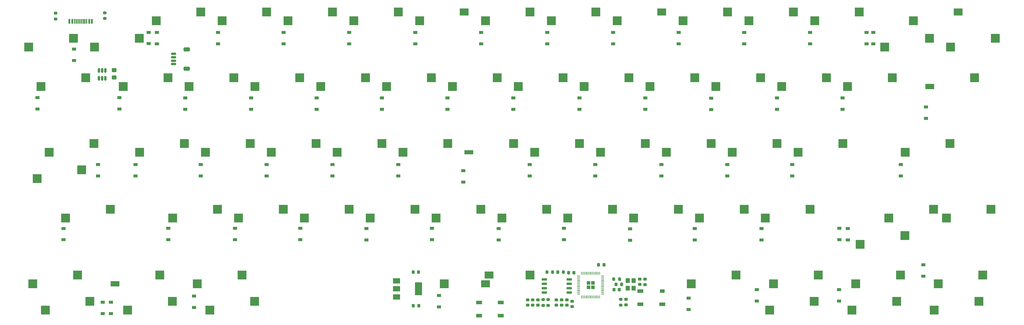
<source format=gbr>
%TF.GenerationSoftware,KiCad,Pcbnew,(6.0.6)*%
%TF.CreationDate,2023-05-08T18:28:51+05:30*%
%TF.ProjectId,new_stuff,6e65775f-7374-4756-9666-2e6b69636164,rev?*%
%TF.SameCoordinates,Original*%
%TF.FileFunction,Paste,Bot*%
%TF.FilePolarity,Positive*%
%FSLAX46Y46*%
G04 Gerber Fmt 4.6, Leading zero omitted, Abs format (unit mm)*
G04 Created by KiCad (PCBNEW (6.0.6)) date 2023-05-08 18:28:51*
%MOMM*%
%LPD*%
G01*
G04 APERTURE LIST*
G04 Aperture macros list*
%AMRoundRect*
0 Rectangle with rounded corners*
0 $1 Rounding radius*
0 $2 $3 $4 $5 $6 $7 $8 $9 X,Y pos of 4 corners*
0 Add a 4 corners polygon primitive as box body*
4,1,4,$2,$3,$4,$5,$6,$7,$8,$9,$2,$3,0*
0 Add four circle primitives for the rounded corners*
1,1,$1+$1,$2,$3*
1,1,$1+$1,$4,$5*
1,1,$1+$1,$6,$7*
1,1,$1+$1,$8,$9*
0 Add four rect primitives between the rounded corners*
20,1,$1+$1,$2,$3,$4,$5,0*
20,1,$1+$1,$4,$5,$6,$7,0*
20,1,$1+$1,$6,$7,$8,$9,0*
20,1,$1+$1,$8,$9,$2,$3,0*%
G04 Aperture macros list end*
%ADD10R,2.550000X2.500000*%
%ADD11R,2.550000X2.000000*%
%ADD12R,2.550000X1.500000*%
%ADD13R,2.550000X1.300000*%
%ADD14RoundRect,0.150000X-0.625000X0.150000X-0.625000X-0.150000X0.625000X-0.150000X0.625000X0.150000X0*%
%ADD15RoundRect,0.250000X-0.650000X0.350000X-0.650000X-0.350000X0.650000X-0.350000X0.650000X0.350000X0*%
%ADD16R,1.200000X0.900000*%
%ADD17RoundRect,0.225000X-0.250000X0.225000X-0.250000X-0.225000X0.250000X-0.225000X0.250000X0.225000X0*%
%ADD18RoundRect,0.225000X-0.225000X-0.250000X0.225000X-0.250000X0.225000X0.250000X-0.225000X0.250000X0*%
%ADD19RoundRect,0.200000X0.200000X0.275000X-0.200000X0.275000X-0.200000X-0.275000X0.200000X-0.275000X0*%
%ADD20RoundRect,0.200000X-0.200000X-0.275000X0.200000X-0.275000X0.200000X0.275000X-0.200000X0.275000X0*%
%ADD21RoundRect,0.225000X0.225000X0.250000X-0.225000X0.250000X-0.225000X-0.250000X0.225000X-0.250000X0*%
%ADD22R,0.600000X1.450000*%
%ADD23R,0.300000X1.450000*%
%ADD24RoundRect,0.200000X0.275000X-0.200000X0.275000X0.200000X-0.275000X0.200000X-0.275000X-0.200000X0*%
%ADD25RoundRect,0.200000X-0.275000X0.200000X-0.275000X-0.200000X0.275000X-0.200000X0.275000X0.200000X0*%
%ADD26RoundRect,0.250000X-0.450000X0.325000X-0.450000X-0.325000X0.450000X-0.325000X0.450000X0.325000X0*%
%ADD27RoundRect,0.218750X0.256250X-0.218750X0.256250X0.218750X-0.256250X0.218750X-0.256250X-0.218750X0*%
%ADD28R,2.000000X1.500000*%
%ADD29R,2.000000X3.800000*%
%ADD30R,1.700000X1.000000*%
%ADD31RoundRect,0.150000X-0.150000X0.512500X-0.150000X-0.512500X0.150000X-0.512500X0.150000X0.512500X0*%
%ADD32R,1.400000X1.000000*%
%ADD33RoundRect,0.225000X0.250000X-0.225000X0.250000X0.225000X-0.250000X0.225000X-0.250000X-0.225000X0*%
%ADD34RoundRect,0.150000X-0.650000X-0.150000X0.650000X-0.150000X0.650000X0.150000X-0.650000X0.150000X0*%
%ADD35R,1.200000X1.400000*%
%ADD36RoundRect,0.250000X-0.292217X0.292217X-0.292217X-0.292217X0.292217X-0.292217X0.292217X0.292217X0*%
%ADD37RoundRect,0.050000X-0.050000X0.387500X-0.050000X-0.387500X0.050000X-0.387500X0.050000X0.387500X0*%
%ADD38RoundRect,0.050000X-0.387500X0.050000X-0.387500X-0.050000X0.387500X-0.050000X0.387500X0.050000X0*%
G04 APERTURE END LIST*
D10*
%TO.C,MX1*%
X16085000Y-11540000D03*
X3158000Y-14080000D03*
%TD*%
%TO.C,MX2*%
X35135000Y-11540000D03*
X22208000Y-14080000D03*
%TD*%
%TO.C,MX3*%
X40015000Y-6460000D03*
X52942000Y-3920000D03*
%TD*%
%TO.C,MX4*%
X59065000Y-6460000D03*
X71992000Y-3920000D03*
%TD*%
%TO.C,MX5*%
X78115000Y-6460000D03*
X91042000Y-3920000D03*
%TD*%
%TO.C,MX6*%
X97165000Y-6460000D03*
X110092000Y-3920000D03*
%TD*%
%TO.C,MX7*%
X116215000Y-6460000D03*
D11*
X129142000Y-3920000D03*
%TD*%
D10*
%TO.C,MX9*%
X154315000Y-6460000D03*
X167242000Y-3920000D03*
%TD*%
%TO.C,MX10*%
X173365000Y-6460000D03*
D11*
X186292000Y-3920000D03*
%TD*%
D10*
%TO.C,MX11*%
X192415000Y-6460000D03*
X205342000Y-3920000D03*
%TD*%
%TO.C,MX12*%
X211465000Y-6460000D03*
X224392000Y-3920000D03*
%TD*%
%TO.C,MX13*%
X230515000Y-6460000D03*
X243442000Y-3920000D03*
%TD*%
%TO.C,MX14*%
X263735000Y-11540000D03*
X250808000Y-14080000D03*
%TD*%
%TO.C,MX16*%
X259090000Y-6460000D03*
D11*
X272017000Y-3920000D03*
%TD*%
D10*
%TO.C,MX17*%
X6677500Y-25510000D03*
X19604500Y-22970000D03*
%TD*%
%TO.C,MX18*%
X30490000Y-25510000D03*
X43417000Y-22970000D03*
%TD*%
%TO.C,MX19*%
X49540000Y-25510000D03*
X62467000Y-22970000D03*
%TD*%
%TO.C,MX20*%
X68590000Y-25510000D03*
X81517000Y-22970000D03*
%TD*%
%TO.C,MX21*%
X87640000Y-25510000D03*
X100567000Y-22970000D03*
%TD*%
%TO.C,MX22*%
X106690000Y-25510000D03*
X119617000Y-22970000D03*
%TD*%
%TO.C,MX23*%
X125740000Y-25510000D03*
X138667000Y-22970000D03*
%TD*%
%TO.C,MX24*%
X144790000Y-25510000D03*
X157717000Y-22970000D03*
%TD*%
%TO.C,MX25*%
X163840000Y-25510000D03*
X176767000Y-22970000D03*
%TD*%
%TO.C,MX26*%
X182890000Y-25510000D03*
X195817000Y-22970000D03*
%TD*%
%TO.C,MX27*%
X201940000Y-25510000D03*
X214867000Y-22970000D03*
%TD*%
%TO.C,MX28*%
X220990000Y-25510000D03*
X233917000Y-22970000D03*
%TD*%
%TO.C,MX29*%
X240040000Y-25510000D03*
X252967000Y-22970000D03*
%TD*%
D12*
%TO.C,MX30*%
X263852500Y-25510000D03*
D10*
X276779500Y-22970000D03*
%TD*%
%TO.C,MX31*%
X18466250Y-49640000D03*
X5539250Y-52180000D03*
%TD*%
%TO.C,MX32*%
X9058750Y-44560000D03*
X21985750Y-42020000D03*
%TD*%
%TO.C,MX33*%
X35252500Y-44560000D03*
X48179500Y-42020000D03*
%TD*%
%TO.C,MX34*%
X54302500Y-44560000D03*
X67229500Y-42020000D03*
%TD*%
%TO.C,MX35*%
X73352500Y-44560000D03*
X86279500Y-42020000D03*
%TD*%
%TO.C,MX36*%
X92402500Y-44560000D03*
X105329500Y-42020000D03*
%TD*%
%TO.C,MX37*%
X111452500Y-44560000D03*
X124379500Y-42020000D03*
%TD*%
D13*
%TO.C,MX38*%
X130502500Y-44560000D03*
D10*
X143429500Y-42020000D03*
%TD*%
%TO.C,MX39*%
X149552500Y-44560000D03*
X162479500Y-42020000D03*
%TD*%
%TO.C,MX40*%
X168602500Y-44560000D03*
X181529500Y-42020000D03*
%TD*%
%TO.C,MX41*%
X187652500Y-44560000D03*
X200579500Y-42020000D03*
%TD*%
%TO.C,MX42*%
X206702500Y-44560000D03*
X219629500Y-42020000D03*
%TD*%
%TO.C,MX43*%
X225752500Y-44560000D03*
X238679500Y-42020000D03*
%TD*%
%TO.C,MX44*%
X256708750Y-44560000D03*
X269635750Y-42020000D03*
%TD*%
%TO.C,MX45*%
X13821250Y-63610000D03*
X26748250Y-61070000D03*
%TD*%
%TO.C,MX46*%
X44777500Y-63610000D03*
X57704500Y-61070000D03*
%TD*%
%TO.C,MX47*%
X63827500Y-63610000D03*
X76754500Y-61070000D03*
%TD*%
%TO.C,MX48*%
X82877500Y-63610000D03*
X95804500Y-61070000D03*
%TD*%
%TO.C,MX49*%
X101927500Y-63610000D03*
X114854500Y-61070000D03*
%TD*%
%TO.C,MX50*%
X120977500Y-63610000D03*
X133904500Y-61070000D03*
%TD*%
%TO.C,MX51*%
X140027500Y-63610000D03*
X152954500Y-61070000D03*
%TD*%
%TO.C,MX52*%
X159077500Y-63610000D03*
X172004500Y-61070000D03*
%TD*%
%TO.C,MX53*%
X178127500Y-63610000D03*
X191054500Y-61070000D03*
%TD*%
%TO.C,MX54*%
X197177500Y-63610000D03*
X210104500Y-61070000D03*
%TD*%
%TO.C,MX55*%
X216227500Y-63610000D03*
X229154500Y-61070000D03*
%TD*%
%TO.C,MX56*%
X256591250Y-68690000D03*
X243664250Y-71230000D03*
%TD*%
%TO.C,MX57*%
X268615000Y-63610000D03*
X281542000Y-61070000D03*
%TD*%
D12*
%TO.C,MX60*%
X28108750Y-82660000D03*
D10*
X41035750Y-80120000D03*
%TD*%
%TO.C,MX61*%
X51921250Y-82660000D03*
X64848250Y-80120000D03*
%TD*%
%TO.C,MX63*%
X194796250Y-82660000D03*
X207723250Y-80120000D03*
%TD*%
%TO.C,MX64*%
X218608750Y-82660000D03*
X231535750Y-80120000D03*
%TD*%
%TO.C,MX65*%
X242421250Y-82660000D03*
X255348250Y-80120000D03*
%TD*%
%TO.C,MX66*%
X266233750Y-82660000D03*
X279160750Y-80120000D03*
%TD*%
%TO.C,MX71*%
X230397500Y-87740000D03*
X217470500Y-90280000D03*
%TD*%
%TO.C,MX8*%
X135265000Y-6460000D03*
X148192000Y-3920000D03*
%TD*%
%TO.C,MX58*%
X251946250Y-63610000D03*
X264873250Y-61070000D03*
%TD*%
%TO.C,MX69*%
X68472500Y-87740000D03*
X55545500Y-90280000D03*
%TD*%
D11*
%TO.C,MX70*%
X135265000Y-82660000D03*
D10*
X148192000Y-80120000D03*
%TD*%
%TO.C,MX72*%
X254210000Y-87740000D03*
X241283000Y-90280000D03*
%TD*%
%TO.C,MX73*%
X278022500Y-87740000D03*
X265095500Y-90280000D03*
%TD*%
%TO.C,MX62*%
X123358750Y-82660000D03*
D11*
X136285750Y-80120000D03*
%TD*%
D10*
%TO.C,MX59*%
X4296250Y-82660000D03*
X17223250Y-80120000D03*
%TD*%
%TO.C,MX67*%
X20847500Y-87740000D03*
X7920500Y-90280000D03*
%TD*%
%TO.C,MX15*%
X282785000Y-11540000D03*
X269858000Y-14080000D03*
%TD*%
%TO.C,MX68*%
X44663000Y-87740000D03*
X31736000Y-90280000D03*
%TD*%
D14*
%TO.C,JST*%
X45000000Y-16000000D03*
X45000000Y-17000000D03*
X45000000Y-18000000D03*
X45000000Y-19000000D03*
D15*
X48875000Y-20300000D03*
X48875000Y-14700000D03*
%TD*%
D16*
%TO.C,D1*%
X16220000Y-17930000D03*
X16220000Y-14630000D03*
%TD*%
%TO.C,D2*%
X37830000Y-13080000D03*
X37830000Y-9780000D03*
%TD*%
%TO.C,D3*%
X40170000Y-13100000D03*
X40170000Y-9800000D03*
%TD*%
%TO.C,D4*%
X57920000Y-13090000D03*
X57920000Y-9790000D03*
%TD*%
%TO.C,D5*%
X76890000Y-13100000D03*
X76890000Y-9800000D03*
%TD*%
%TO.C,D6*%
X95860000Y-13110000D03*
X95860000Y-9810000D03*
%TD*%
%TO.C,D7*%
X115010000Y-13120000D03*
X115010000Y-9820000D03*
%TD*%
%TO.C,D8*%
X134060000Y-13150000D03*
X134060000Y-9850000D03*
%TD*%
%TO.C,D9*%
X153140000Y-13110000D03*
X153140000Y-9810000D03*
%TD*%
%TO.C,D10*%
X172230000Y-13090000D03*
X172230000Y-9790000D03*
%TD*%
%TO.C,D11*%
X191140000Y-13120000D03*
X191140000Y-9820000D03*
%TD*%
%TO.C,D12*%
X210150000Y-13140000D03*
X210150000Y-9840000D03*
%TD*%
%TO.C,D14*%
X247490000Y-13090000D03*
X247490000Y-9790000D03*
%TD*%
%TO.C,D15*%
X245500000Y-13090000D03*
X245500000Y-9790000D03*
%TD*%
%TO.C,D16*%
X5660000Y-31980000D03*
X5660000Y-28680000D03*
%TD*%
%TO.C,D17*%
X29350000Y-32040000D03*
X29350000Y-28740000D03*
%TD*%
%TO.C,D18*%
X48410000Y-32090000D03*
X48410000Y-28790000D03*
%TD*%
%TO.C,D19*%
X67440000Y-32110000D03*
X67440000Y-28810000D03*
%TD*%
%TO.C,D20*%
X86410000Y-32070000D03*
X86410000Y-28770000D03*
%TD*%
%TO.C,D21*%
X105310000Y-32090000D03*
X105310000Y-28790000D03*
%TD*%
%TO.C,D22*%
X124310000Y-32100000D03*
X124310000Y-28800000D03*
%TD*%
%TO.C,D23*%
X143360000Y-32110000D03*
X143360000Y-28810000D03*
%TD*%
%TO.C,D24*%
X162450000Y-32080000D03*
X162450000Y-28780000D03*
%TD*%
%TO.C,D25*%
X181530000Y-32070000D03*
X181530000Y-28770000D03*
%TD*%
%TO.C,D26*%
X200610000Y-32140000D03*
X200610000Y-28840000D03*
%TD*%
%TO.C,D27*%
X219620000Y-32120000D03*
X219620000Y-28820000D03*
%TD*%
%TO.C,D28*%
X238600000Y-32090000D03*
X238600000Y-28790000D03*
%TD*%
%TO.C,D29*%
X262720000Y-34730000D03*
X262720000Y-31430000D03*
%TD*%
%TO.C,D30*%
X23150000Y-51400000D03*
X23150000Y-48100000D03*
%TD*%
%TO.C,D31*%
X34070000Y-51360000D03*
X34070000Y-48060000D03*
%TD*%
%TO.C,D32*%
X52950000Y-51400000D03*
X52950000Y-48100000D03*
%TD*%
%TO.C,D33*%
X71980000Y-51420000D03*
X71980000Y-48120000D03*
%TD*%
%TO.C,D35*%
X110030000Y-51390000D03*
X110030000Y-48090000D03*
%TD*%
%TO.C,D36*%
X128890000Y-53140000D03*
X128890000Y-49840000D03*
%TD*%
%TO.C,D37*%
X148080000Y-51400000D03*
X148080000Y-48100000D03*
%TD*%
%TO.C,D38*%
X167080000Y-51400000D03*
X167080000Y-48100000D03*
%TD*%
%TO.C,D39*%
X186140000Y-51370000D03*
X186140000Y-48070000D03*
%TD*%
%TO.C,D40*%
X205230000Y-51420000D03*
X205230000Y-48120000D03*
%TD*%
%TO.C,D41*%
X224050000Y-51400000D03*
X224050000Y-48100000D03*
%TD*%
%TO.C,D42*%
X255450000Y-51380000D03*
X255450000Y-48080000D03*
%TD*%
%TO.C,D43*%
X13200000Y-69890000D03*
X13200000Y-66590000D03*
%TD*%
%TO.C,D44*%
X43550000Y-69850000D03*
X43550000Y-66550000D03*
%TD*%
%TO.C,D45*%
X62780000Y-69850000D03*
X62780000Y-66550000D03*
%TD*%
%TO.C,D46*%
X81660000Y-69820000D03*
X81660000Y-66520000D03*
%TD*%
%TO.C,D47*%
X100850000Y-69910000D03*
X100850000Y-66610000D03*
%TD*%
%TO.C,D48*%
X119820000Y-69850000D03*
X119820000Y-66550000D03*
%TD*%
%TO.C,D49*%
X139060000Y-69910000D03*
X139060000Y-66610000D03*
%TD*%
%TO.C,D50*%
X158020000Y-69850000D03*
X158020000Y-66550000D03*
%TD*%
%TO.C,D51*%
X177130000Y-69980000D03*
X177130000Y-66680000D03*
%TD*%
%TO.C,D52*%
X195850000Y-69910000D03*
X195850000Y-66610000D03*
%TD*%
%TO.C,D53*%
X215130000Y-69910000D03*
X215130000Y-66610000D03*
%TD*%
%TO.C,D54*%
X240130000Y-69960000D03*
X240130000Y-66660000D03*
%TD*%
%TO.C,D55*%
X237640000Y-69860000D03*
X237640000Y-66560000D03*
%TD*%
%TO.C,D56*%
X24540000Y-91250000D03*
X24540000Y-87950000D03*
%TD*%
%TO.C,D57*%
X26880000Y-91270000D03*
X26880000Y-87970000D03*
%TD*%
%TO.C,D58*%
X51000000Y-89470000D03*
X51000000Y-86170000D03*
%TD*%
%TO.C,D59*%
X121840000Y-89330000D03*
X121840000Y-86030000D03*
%TD*%
%TO.C,D61*%
X213787500Y-87643750D03*
X213787500Y-84343750D03*
%TD*%
%TO.C,D62*%
X237550000Y-87643750D03*
X237550000Y-84343750D03*
%TD*%
%TO.C,D63*%
X261950000Y-80420000D03*
X261950000Y-77120000D03*
%TD*%
%TO.C,D13*%
X229160000Y-13110000D03*
X229160000Y-9810000D03*
%TD*%
%TO.C,D34*%
X91040000Y-51390000D03*
X91040000Y-48090000D03*
%TD*%
%TO.C,D60*%
X194070000Y-90100000D03*
X194070000Y-86800000D03*
%TD*%
D17*
%TO.C,1u*%
X147470000Y-87260000D03*
X147470000Y-88810000D03*
%TD*%
D18*
%TO.C,22u*%
X114355000Y-79230000D03*
X115905000Y-79230000D03*
%TD*%
D19*
%TO.C,1K*%
X154695000Y-79270000D03*
X153045000Y-79270000D03*
%TD*%
D20*
%TO.C,10K*%
X156165000Y-79270000D03*
X157815000Y-79270000D03*
%TD*%
D21*
%TO.C,100n*%
X160885000Y-79390000D03*
X159335000Y-79390000D03*
%TD*%
D22*
%TO.C,J2*%
X14920000Y-6615000D03*
X15720000Y-6615000D03*
D23*
X16920000Y-6615000D03*
X17920000Y-6615000D03*
X18420000Y-6615000D03*
X19420000Y-6615000D03*
D22*
X20620000Y-6615000D03*
X21420000Y-6615000D03*
X21420000Y-6615000D03*
X20620000Y-6615000D03*
D23*
X19920000Y-6615000D03*
X18920000Y-6615000D03*
X17420000Y-6615000D03*
X16420000Y-6615000D03*
D22*
X15720000Y-6615000D03*
X14920000Y-6615000D03*
%TD*%
D24*
%TO.C,22r*%
X151930000Y-88875000D03*
X151930000Y-87225000D03*
%TD*%
D17*
%TO.C,100n*%
X158800000Y-87275000D03*
X158800000Y-88825000D03*
%TD*%
D25*
%TO.C,1K*%
X174390000Y-87125000D03*
X174390000Y-88775000D03*
%TD*%
D26*
%TO.C,500ma*%
X27860000Y-20775000D03*
X27860000Y-22825000D03*
%TD*%
D18*
%TO.C,100n*%
X173080000Y-82820000D03*
X174630000Y-82820000D03*
%TD*%
D27*
%TO.C,LED*%
X175920000Y-88727500D03*
X175920000Y-87152500D03*
%TD*%
D17*
%TO.C,100n*%
X160310000Y-87675000D03*
X160310000Y-89225000D03*
%TD*%
D24*
%TO.C,5.1k*%
X10920000Y-5915000D03*
X10920000Y-4265000D03*
%TD*%
D28*
%TO.C,U2*%
X109590000Y-86410000D03*
D29*
X115890000Y-84110000D03*
D28*
X109590000Y-84110000D03*
X109590000Y-81810000D03*
%TD*%
D30*
%TO.C,SW1*%
X139690000Y-91830000D03*
X133390000Y-91830000D03*
X133390000Y-88030000D03*
X139690000Y-88030000D03*
%TD*%
D18*
%TO.C,100n*%
X172455000Y-84320000D03*
X174005000Y-84320000D03*
%TD*%
D31*
%TO.C,U1*%
X23410000Y-20832500D03*
X24360000Y-20832500D03*
X25310000Y-20832500D03*
X25310000Y-23107500D03*
X24360000Y-23107500D03*
X23410000Y-23107500D03*
%TD*%
D30*
%TO.C,SW2*%
X180120000Y-88520000D03*
X186420000Y-88520000D03*
D32*
X186420000Y-84720000D03*
D30*
X180120000Y-84720000D03*
%TD*%
D33*
%TO.C,100n*%
X148960000Y-88815000D03*
X148960000Y-87265000D03*
%TD*%
D21*
%TO.C,22u*%
X115945000Y-88980000D03*
X114395000Y-88980000D03*
%TD*%
D24*
%TO.C,5.1k*%
X25100000Y-5785000D03*
X25100000Y-4135000D03*
%TD*%
D17*
%TO.C,22p*%
X179930000Y-81295000D03*
X179930000Y-82845000D03*
%TD*%
D24*
%TO.C,22r*%
X153430000Y-88870000D03*
X153430000Y-87220000D03*
%TD*%
D17*
%TO.C,100n*%
X150440000Y-87270000D03*
X150440000Y-88820000D03*
%TD*%
%TO.C,1u*%
X157300000Y-87265000D03*
X157300000Y-88815000D03*
%TD*%
%TO.C,22p*%
X181450000Y-81305000D03*
X181450000Y-82855000D03*
%TD*%
D18*
%TO.C,100n*%
X168005000Y-77160000D03*
X169555000Y-77160000D03*
%TD*%
D34*
%TO.C,U3*%
X152270000Y-85175000D03*
X152270000Y-83905000D03*
X152270000Y-82635000D03*
X152270000Y-81365000D03*
X159470000Y-81365000D03*
X159470000Y-82635000D03*
X159470000Y-83905000D03*
X159470000Y-85175000D03*
%TD*%
D17*
%TO.C,100n*%
X155800000Y-87265000D03*
X155800000Y-88815000D03*
%TD*%
D35*
%TO.C,Y1*%
X178120000Y-81690000D03*
X178120000Y-83890000D03*
X176420000Y-83890000D03*
X176420000Y-81690000D03*
%TD*%
D20*
%TO.C,1k*%
X172415000Y-81310000D03*
X174065000Y-81310000D03*
%TD*%
D36*
%TO.C,U4*%
X165052500Y-83627500D03*
X165052500Y-82352500D03*
X166327500Y-82352500D03*
X166327500Y-83627500D03*
D37*
X163090000Y-79552500D03*
X163490000Y-79552500D03*
X163890000Y-79552500D03*
X164290000Y-79552500D03*
X164690000Y-79552500D03*
X165090000Y-79552500D03*
X165490000Y-79552500D03*
X165890000Y-79552500D03*
X166290000Y-79552500D03*
X166690000Y-79552500D03*
X167090000Y-79552500D03*
X167490000Y-79552500D03*
X167890000Y-79552500D03*
X168290000Y-79552500D03*
D38*
X169127500Y-80390000D03*
X169127500Y-80790000D03*
X169127500Y-81190000D03*
X169127500Y-81590000D03*
X169127500Y-81990000D03*
X169127500Y-82390000D03*
X169127500Y-82790000D03*
X169127500Y-83190000D03*
X169127500Y-83590000D03*
X169127500Y-83990000D03*
X169127500Y-84390000D03*
X169127500Y-84790000D03*
X169127500Y-85190000D03*
X169127500Y-85590000D03*
D37*
X168290000Y-86427500D03*
X167890000Y-86427500D03*
X167490000Y-86427500D03*
X167090000Y-86427500D03*
X166690000Y-86427500D03*
X166290000Y-86427500D03*
X165890000Y-86427500D03*
X165490000Y-86427500D03*
X165090000Y-86427500D03*
X164690000Y-86427500D03*
X164290000Y-86427500D03*
X163890000Y-86427500D03*
X163490000Y-86427500D03*
X163090000Y-86427500D03*
D38*
X162252500Y-85590000D03*
X162252500Y-85190000D03*
X162252500Y-84790000D03*
X162252500Y-84390000D03*
X162252500Y-83990000D03*
X162252500Y-83590000D03*
X162252500Y-83190000D03*
X162252500Y-82790000D03*
X162252500Y-82390000D03*
X162252500Y-81990000D03*
X162252500Y-81590000D03*
X162252500Y-81190000D03*
X162252500Y-80790000D03*
X162252500Y-80390000D03*
%TD*%
M02*

</source>
